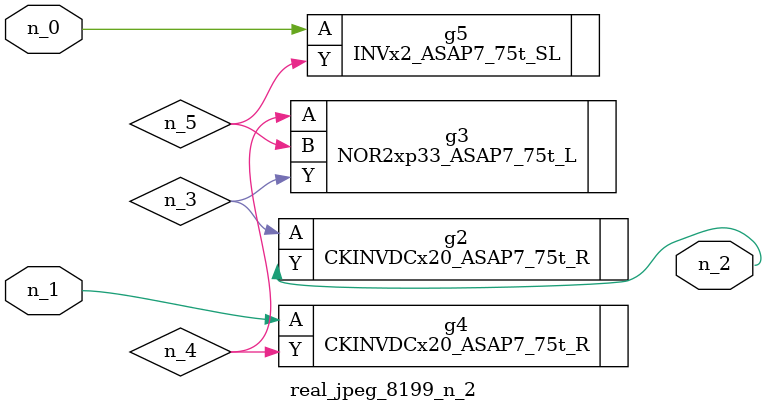
<source format=v>
module real_jpeg_8199_n_2 (n_1, n_0, n_2);

input n_1;
input n_0;

output n_2;

wire n_5;
wire n_4;
wire n_3;

INVx2_ASAP7_75t_SL g5 ( 
.A(n_0),
.Y(n_5)
);

CKINVDCx20_ASAP7_75t_R g4 ( 
.A(n_1),
.Y(n_4)
);

CKINVDCx20_ASAP7_75t_R g2 ( 
.A(n_3),
.Y(n_2)
);

NOR2xp33_ASAP7_75t_L g3 ( 
.A(n_4),
.B(n_5),
.Y(n_3)
);


endmodule
</source>
